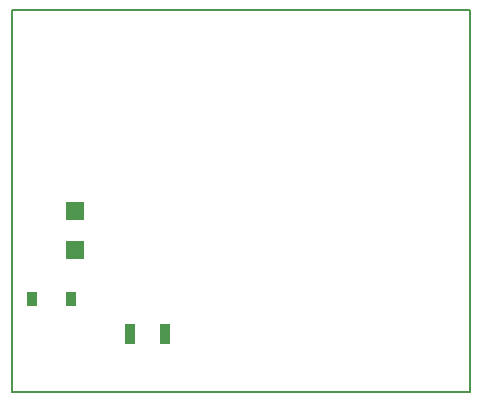
<source format=gbr>
G04 #@! TF.GenerationSoftware,KiCad,Pcbnew,(5.0.2)-1*
G04 #@! TF.CreationDate,2018-12-23T15:01:24+01:00*
G04 #@! TF.ProjectId,MutltiSwitch_Sw8,4d75746c-7469-4537-9769-7463685f5377,0.1*
G04 #@! TF.SameCoordinates,Original*
G04 #@! TF.FileFunction,Paste,Top*
G04 #@! TF.FilePolarity,Positive*
%FSLAX46Y46*%
G04 Gerber Fmt 4.6, Leading zero omitted, Abs format (unit mm)*
G04 Created by KiCad (PCBNEW (5.0.2)-1) date 23/12/2018 15:01:24*
%MOMM*%
%LPD*%
G01*
G04 APERTURE LIST*
%ADD10C,0.150000*%
%ADD11R,1.500000X1.500000*%
%ADD12R,0.900000X1.200000*%
%ADD13R,0.900000X1.700000*%
G04 APERTURE END LIST*
D10*
X133350000Y-120650000D02*
X133350000Y-88265000D01*
X172085000Y-120650000D02*
X172085000Y-88265000D01*
X172085000Y-88265000D02*
X133350000Y-88265000D01*
X133350000Y-120650000D02*
X172085000Y-120650000D01*
D11*
G04 #@! TO.C,D1*
X138684000Y-108585000D03*
X138684000Y-105285000D03*
G04 #@! TD*
D12*
G04 #@! TO.C,D3*
X135002000Y-112776000D03*
X138302000Y-112776000D03*
G04 #@! TD*
D13*
G04 #@! TO.C,R4*
X146230000Y-115697000D03*
X143330000Y-115697000D03*
G04 #@! TD*
M02*

</source>
